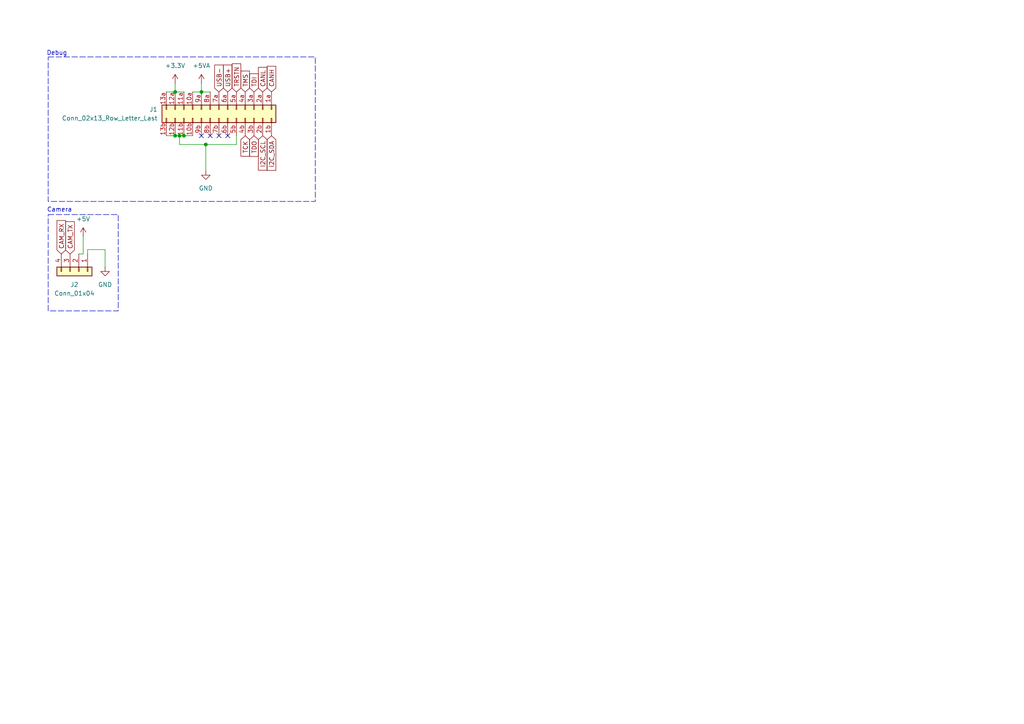
<source format=kicad_sch>
(kicad_sch
	(version 20231120)
	(generator "eeschema")
	(generator_version "8.0")
	(uuid "9e75a265-c008-4503-b2cb-592070598b50")
	(paper "A4")
	(lib_symbols
		(symbol "Connector_Generic:Conn_01x04"
			(pin_names
				(offset 1.016) hide)
			(exclude_from_sim no)
			(in_bom yes)
			(on_board yes)
			(property "Reference" "J"
				(at 0 5.08 0)
				(effects
					(font
						(size 1.27 1.27)
					)
				)
			)
			(property "Value" "Conn_01x04"
				(at 0 -7.62 0)
				(effects
					(font
						(size 1.27 1.27)
					)
				)
			)
			(property "Footprint" ""
				(at 0 0 0)
				(effects
					(font
						(size 1.27 1.27)
					)
					(hide yes)
				)
			)
			(property "Datasheet" "~"
				(at 0 0 0)
				(effects
					(font
						(size 1.27 1.27)
					)
					(hide yes)
				)
			)
			(property "Description" "Generic connector, single row, 01x04, script generated (kicad-library-utils/schlib/autogen/connector/)"
				(at 0 0 0)
				(effects
					(font
						(size 1.27 1.27)
					)
					(hide yes)
				)
			)
			(property "ki_keywords" "connector"
				(at 0 0 0)
				(effects
					(font
						(size 1.27 1.27)
					)
					(hide yes)
				)
			)
			(property "ki_fp_filters" "Connector*:*_1x??_*"
				(at 0 0 0)
				(effects
					(font
						(size 1.27 1.27)
					)
					(hide yes)
				)
			)
			(symbol "Conn_01x04_1_1"
				(rectangle
					(start -1.27 -4.953)
					(end 0 -5.207)
					(stroke
						(width 0.1524)
						(type default)
					)
					(fill
						(type none)
					)
				)
				(rectangle
					(start -1.27 -2.413)
					(end 0 -2.667)
					(stroke
						(width 0.1524)
						(type default)
					)
					(fill
						(type none)
					)
				)
				(rectangle
					(start -1.27 0.127)
					(end 0 -0.127)
					(stroke
						(width 0.1524)
						(type default)
					)
					(fill
						(type none)
					)
				)
				(rectangle
					(start -1.27 2.667)
					(end 0 2.413)
					(stroke
						(width 0.1524)
						(type default)
					)
					(fill
						(type none)
					)
				)
				(rectangle
					(start -1.27 3.81)
					(end 1.27 -6.35)
					(stroke
						(width 0.254)
						(type default)
					)
					(fill
						(type background)
					)
				)
				(pin passive line
					(at -5.08 2.54 0)
					(length 3.81)
					(name "Pin_1"
						(effects
							(font
								(size 1.27 1.27)
							)
						)
					)
					(number "1"
						(effects
							(font
								(size 1.27 1.27)
							)
						)
					)
				)
				(pin passive line
					(at -5.08 0 0)
					(length 3.81)
					(name "Pin_2"
						(effects
							(font
								(size 1.27 1.27)
							)
						)
					)
					(number "2"
						(effects
							(font
								(size 1.27 1.27)
							)
						)
					)
				)
				(pin passive line
					(at -5.08 -2.54 0)
					(length 3.81)
					(name "Pin_3"
						(effects
							(font
								(size 1.27 1.27)
							)
						)
					)
					(number "3"
						(effects
							(font
								(size 1.27 1.27)
							)
						)
					)
				)
				(pin passive line
					(at -5.08 -5.08 0)
					(length 3.81)
					(name "Pin_4"
						(effects
							(font
								(size 1.27 1.27)
							)
						)
					)
					(number "4"
						(effects
							(font
								(size 1.27 1.27)
							)
						)
					)
				)
			)
		)
		(symbol "Connector_Generic:Conn_02x13_Row_Letter_Last"
			(pin_names
				(offset 1.016) hide)
			(exclude_from_sim no)
			(in_bom yes)
			(on_board yes)
			(property "Reference" "J"
				(at 1.27 17.78 0)
				(effects
					(font
						(size 1.27 1.27)
					)
				)
			)
			(property "Value" "Conn_02x13_Row_Letter_Last"
				(at 1.27 -17.78 0)
				(effects
					(font
						(size 1.27 1.27)
					)
				)
			)
			(property "Footprint" ""
				(at 0 0 0)
				(effects
					(font
						(size 1.27 1.27)
					)
					(hide yes)
				)
			)
			(property "Datasheet" "~"
				(at 0 0 0)
				(effects
					(font
						(size 1.27 1.27)
					)
					(hide yes)
				)
			)
			(property "Description" "Generic connector, double row, 02x13, row letter last pin numbering scheme (pin number consists of a letter for the row and a number for the pin index in this row. 1a, ..., Na; 1b, ..., Nb)), script generated (kicad-library-utils/schlib/autogen/connector/)"
				(at 0 0 0)
				(effects
					(font
						(size 1.27 1.27)
					)
					(hide yes)
				)
			)
			(property "ki_keywords" "connector"
				(at 0 0 0)
				(effects
					(font
						(size 1.27 1.27)
					)
					(hide yes)
				)
			)
			(property "ki_fp_filters" "Connector*:*_2x??_*"
				(at 0 0 0)
				(effects
					(font
						(size 1.27 1.27)
					)
					(hide yes)
				)
			)
			(symbol "Conn_02x13_Row_Letter_Last_1_1"
				(rectangle
					(start -1.27 -15.113)
					(end 0 -15.367)
					(stroke
						(width 0.1524)
						(type default)
					)
					(fill
						(type none)
					)
				)
				(rectangle
					(start -1.27 -12.573)
					(end 0 -12.827)
					(stroke
						(width 0.1524)
						(type default)
					)
					(fill
						(type none)
					)
				)
				(rectangle
					(start -1.27 -10.033)
					(end 0 -10.287)
					(stroke
						(width 0.1524)
						(type default)
					)
					(fill
						(type none)
					)
				)
				(rectangle
					(start -1.27 -7.493)
					(end 0 -7.747)
					(stroke
						(width 0.1524)
						(type default)
					)
					(fill
						(type none)
					)
				)
				(rectangle
					(start -1.27 -4.953)
					(end 0 -5.207)
					(stroke
						(width 0.1524)
						(type default)
					)
					(fill
						(type none)
					)
				)
				(rectangle
					(start -1.27 -2.413)
					(end 0 -2.667)
					(stroke
						(width 0.1524)
						(type default)
					)
					(fill
						(type none)
					)
				)
				(rectangle
					(start -1.27 0.127)
					(end 0 -0.127)
					(stroke
						(width 0.1524)
						(type default)
					)
					(fill
						(type none)
					)
				)
				(rectangle
					(start -1.27 2.667)
					(end 0 2.413)
					(stroke
						(width 0.1524)
						(type default)
					)
					(fill
						(type none)
					)
				)
				(rectangle
					(start -1.27 5.207)
					(end 0 4.953)
					(stroke
						(width 0.1524)
						(type default)
					)
					(fill
						(type none)
					)
				)
				(rectangle
					(start -1.27 7.747)
					(end 0 7.493)
					(stroke
						(width 0.1524)
						(type default)
					)
					(fill
						(type none)
					)
				)
				(rectangle
					(start -1.27 10.287)
					(end 0 10.033)
					(stroke
						(width 0.1524)
						(type default)
					)
					(fill
						(type none)
					)
				)
				(rectangle
					(start -1.27 12.827)
					(end 0 12.573)
					(stroke
						(width 0.1524)
						(type default)
					)
					(fill
						(type none)
					)
				)
				(rectangle
					(start -1.27 15.367)
					(end 0 15.113)
					(stroke
						(width 0.1524)
						(type default)
					)
					(fill
						(type none)
					)
				)
				(rectangle
					(start -1.27 16.51)
					(end 3.81 -16.51)
					(stroke
						(width 0.254)
						(type default)
					)
					(fill
						(type background)
					)
				)
				(rectangle
					(start 3.81 -15.113)
					(end 2.54 -15.367)
					(stroke
						(width 0.1524)
						(type default)
					)
					(fill
						(type none)
					)
				)
				(rectangle
					(start 3.81 -12.573)
					(end 2.54 -12.827)
					(stroke
						(width 0.1524)
						(type default)
					)
					(fill
						(type none)
					)
				)
				(rectangle
					(start 3.81 -10.033)
					(end 2.54 -10.287)
					(stroke
						(width 0.1524)
						(type default)
					)
					(fill
						(type none)
					)
				)
				(rectangle
					(start 3.81 -7.493)
					(end 2.54 -7.747)
					(stroke
						(width 0.1524)
						(type default)
					)
					(fill
						(type none)
					)
				)
				(rectangle
					(start 3.81 -4.953)
					(end 2.54 -5.207)
					(stroke
						(width 0.1524)
						(type default)
					)
					(fill
						(type none)
					)
				)
				(rectangle
					(start 3.81 -2.413)
					(end 2.54 -2.667)
					(stroke
						(width 0.1524)
						(type default)
					)
					(fill
						(type none)
					)
				)
				(rectangle
					(start 3.81 0.127)
					(end 2.54 -0.127)
					(stroke
						(width 0.1524)
						(type default)
					)
					(fill
						(type none)
					)
				)
				(rectangle
					(start 3.81 2.667)
					(end 2.54 2.413)
					(stroke
						(width 0.1524)
						(type default)
					)
					(fill
						(type none)
					)
				)
				(rectangle
					(start 3.81 5.207)
					(end 2.54 4.953)
					(stroke
						(width 0.1524)
						(type default)
					)
					(fill
						(type none)
					)
				)
				(rectangle
					(start 3.81 7.747)
					(end 2.54 7.493)
					(stroke
						(width 0.1524)
						(type default)
					)
					(fill
						(type none)
					)
				)
				(rectangle
					(start 3.81 10.287)
					(end 2.54 10.033)
					(stroke
						(width 0.1524)
						(type default)
					)
					(fill
						(type none)
					)
				)
				(rectangle
					(start 3.81 12.827)
					(end 2.54 12.573)
					(stroke
						(width 0.1524)
						(type default)
					)
					(fill
						(type none)
					)
				)
				(rectangle
					(start 3.81 15.367)
					(end 2.54 15.113)
					(stroke
						(width 0.1524)
						(type default)
					)
					(fill
						(type none)
					)
				)
				(pin passive line
					(at -5.08 -7.62 0)
					(length 3.81)
					(name "Pin_10a"
						(effects
							(font
								(size 1.27 1.27)
							)
						)
					)
					(number "10a"
						(effects
							(font
								(size 1.27 1.27)
							)
						)
					)
				)
				(pin passive line
					(at 7.62 -7.62 180)
					(length 3.81)
					(name "Pin_10b"
						(effects
							(font
								(size 1.27 1.27)
							)
						)
					)
					(number "10b"
						(effects
							(font
								(size 1.27 1.27)
							)
						)
					)
				)
				(pin passive line
					(at -5.08 -10.16 0)
					(length 3.81)
					(name "Pin_11a"
						(effects
							(font
								(size 1.27 1.27)
							)
						)
					)
					(number "11a"
						(effects
							(font
								(size 1.27 1.27)
							)
						)
					)
				)
				(pin passive line
					(at 7.62 -10.16 180)
					(length 3.81)
					(name "Pin_11b"
						(effects
							(font
								(size 1.27 1.27)
							)
						)
					)
					(number "11b"
						(effects
							(font
								(size 1.27 1.27)
							)
						)
					)
				)
				(pin passive line
					(at -5.08 -12.7 0)
					(length 3.81)
					(name "Pin_12a"
						(effects
							(font
								(size 1.27 1.27)
							)
						)
					)
					(number "12a"
						(effects
							(font
								(size 1.27 1.27)
							)
						)
					)
				)
				(pin passive line
					(at 7.62 -12.7 180)
					(length 3.81)
					(name "Pin_12b"
						(effects
							(font
								(size 1.27 1.27)
							)
						)
					)
					(number "12b"
						(effects
							(font
								(size 1.27 1.27)
							)
						)
					)
				)
				(pin passive line
					(at -5.08 -15.24 0)
					(length 3.81)
					(name "Pin_13a"
						(effects
							(font
								(size 1.27 1.27)
							)
						)
					)
					(number "13a"
						(effects
							(font
								(size 1.27 1.27)
							)
						)
					)
				)
				(pin passive line
					(at 7.62 -15.24 180)
					(length 3.81)
					(name "Pin_13b"
						(effects
							(font
								(size 1.27 1.27)
							)
						)
					)
					(number "13b"
						(effects
							(font
								(size 1.27 1.27)
							)
						)
					)
				)
				(pin passive line
					(at -5.08 15.24 0)
					(length 3.81)
					(name "Pin_1a"
						(effects
							(font
								(size 1.27 1.27)
							)
						)
					)
					(number "1a"
						(effects
							(font
								(size 1.27 1.27)
							)
						)
					)
				)
				(pin passive line
					(at 7.62 15.24 180)
					(length 3.81)
					(name "Pin_1b"
						(effects
							(font
								(size 1.27 1.27)
							)
						)
					)
					(number "1b"
						(effects
							(font
								(size 1.27 1.27)
							)
						)
					)
				)
				(pin passive line
					(at -5.08 12.7 0)
					(length 3.81)
					(name "Pin_2a"
						(effects
							(font
								(size 1.27 1.27)
							)
						)
					)
					(number "2a"
						(effects
							(font
								(size 1.27 1.27)
							)
						)
					)
				)
				(pin passive line
					(at 7.62 12.7 180)
					(length 3.81)
					(name "Pin_2b"
						(effects
							(font
								(size 1.27 1.27)
							)
						)
					)
					(number "2b"
						(effects
							(font
								(size 1.27 1.27)
							)
						)
					)
				)
				(pin passive line
					(at -5.08 10.16 0)
					(length 3.81)
					(name "Pin_3a"
						(effects
							(font
								(size 1.27 1.27)
							)
						)
					)
					(number "3a"
						(effects
							(font
								(size 1.27 1.27)
							)
						)
					)
				)
				(pin passive line
					(at 7.62 10.16 180)
					(length 3.81)
					(name "Pin_3b"
						(effects
							(font
								(size 1.27 1.27)
							)
						)
					)
					(number "3b"
						(effects
							(font
								(size 1.27 1.27)
							)
						)
					)
				)
				(pin passive line
					(at -5.08 7.62 0)
					(length 3.81)
					(name "Pin_4a"
						(effects
							(font
								(size 1.27 1.27)
							)
						)
					)
					(number "4a"
						(effects
							(font
								(size 1.27 1.27)
							)
						)
					)
				)
				(pin passive line
					(at 7.62 7.62 180)
					(length 3.81)
					(name "Pin_4b"
						(effects
							(font
								(size 1.27 1.27)
							)
						)
					)
					(number "4b"
						(effects
							(font
								(size 1.27 1.27)
							)
						)
					)
				)
				(pin passive line
					(at -5.08 5.08 0)
					(length 3.81)
					(name "Pin_5a"
						(effects
							(font
								(size 1.27 1.27)
							)
						)
					)
					(number "5a"
						(effects
							(font
								(size 1.27 1.27)
							)
						)
					)
				)
				(pin passive line
					(at 7.62 5.08 180)
					(length 3.81)
					(name "Pin_5b"
						(effects
							(font
								(size 1.27 1.27)
							)
						)
					)
					(number "5b"
						(effects
							(font
								(size 1.27 1.27)
							)
						)
					)
				)
				(pin passive line
					(at -5.08 2.54 0)
					(length 3.81)
					(name "Pin_6a"
						(effects
							(font
								(size 1.27 1.27)
							)
						)
					)
					(number "6a"
						(effects
							(font
								(size 1.27 1.27)
							)
						)
					)
				)
				(pin passive line
					(at 7.62 2.54 180)
					(length 3.81)
					(name "Pin_6b"
						(effects
							(font
								(size 1.27 1.27)
							)
						)
					)
					(number "6b"
						(effects
							(font
								(size 1.27 1.27)
							)
						)
					)
				)
				(pin passive line
					(at -5.08 0 0)
					(length 3.81)
					(name "Pin_7a"
						(effects
							(font
								(size 1.27 1.27)
							)
						)
					)
					(number "7a"
						(effects
							(font
								(size 1.27 1.27)
							)
						)
					)
				)
				(pin passive line
					(at 7.62 0 180)
					(length 3.81)
					(name "Pin_7b"
						(effects
							(font
								(size 1.27 1.27)
							)
						)
					)
					(number "7b"
						(effects
							(font
								(size 1.27 1.27)
							)
						)
					)
				)
				(pin passive line
					(at -5.08 -2.54 0)
					(length 3.81)
					(name "Pin_8a"
						(effects
							(font
								(size 1.27 1.27)
							)
						)
					)
					(number "8a"
						(effects
							(font
								(size 1.27 1.27)
							)
						)
					)
				)
				(pin passive line
					(at 7.62 -2.54 180)
					(length 3.81)
					(name "Pin_8b"
						(effects
							(font
								(size 1.27 1.27)
							)
						)
					)
					(number "8b"
						(effects
							(font
								(size 1.27 1.27)
							)
						)
					)
				)
				(pin passive line
					(at -5.08 -5.08 0)
					(length 3.81)
					(name "Pin_9a"
						(effects
							(font
								(size 1.27 1.27)
							)
						)
					)
					(number "9a"
						(effects
							(font
								(size 1.27 1.27)
							)
						)
					)
				)
				(pin passive line
					(at 7.62 -5.08 180)
					(length 3.81)
					(name "Pin_9b"
						(effects
							(font
								(size 1.27 1.27)
							)
						)
					)
					(number "9b"
						(effects
							(font
								(size 1.27 1.27)
							)
						)
					)
				)
			)
		)
		(symbol "power:+3.3V"
			(power)
			(pin_numbers hide)
			(pin_names
				(offset 0) hide)
			(exclude_from_sim no)
			(in_bom yes)
			(on_board yes)
			(property "Reference" "#PWR"
				(at 0 -3.81 0)
				(effects
					(font
						(size 1.27 1.27)
					)
					(hide yes)
				)
			)
			(property "Value" "+3.3V"
				(at 0 3.556 0)
				(effects
					(font
						(size 1.27 1.27)
					)
				)
			)
			(property "Footprint" ""
				(at 0 0 0)
				(effects
					(font
						(size 1.27 1.27)
					)
					(hide yes)
				)
			)
			(property "Datasheet" ""
				(at 0 0 0)
				(effects
					(font
						(size 1.27 1.27)
					)
					(hide yes)
				)
			)
			(property "Description" "Power symbol creates a global label with name \"+3.3V\""
				(at 0 0 0)
				(effects
					(font
						(size 1.27 1.27)
					)
					(hide yes)
				)
			)
			(property "ki_keywords" "global power"
				(at 0 0 0)
				(effects
					(font
						(size 1.27 1.27)
					)
					(hide yes)
				)
			)
			(symbol "+3.3V_0_1"
				(polyline
					(pts
						(xy -0.762 1.27) (xy 0 2.54)
					)
					(stroke
						(width 0)
						(type default)
					)
					(fill
						(type none)
					)
				)
				(polyline
					(pts
						(xy 0 0) (xy 0 2.54)
					)
					(stroke
						(width 0)
						(type default)
					)
					(fill
						(type none)
					)
				)
				(polyline
					(pts
						(xy 0 2.54) (xy 0.762 1.27)
					)
					(stroke
						(width 0)
						(type default)
					)
					(fill
						(type none)
					)
				)
			)
			(symbol "+3.3V_1_1"
				(pin power_in line
					(at 0 0 90)
					(length 0)
					(name "~"
						(effects
							(font
								(size 1.27 1.27)
							)
						)
					)
					(number "1"
						(effects
							(font
								(size 1.27 1.27)
							)
						)
					)
				)
			)
		)
		(symbol "power:+5V"
			(power)
			(pin_numbers hide)
			(pin_names
				(offset 0) hide)
			(exclude_from_sim no)
			(in_bom yes)
			(on_board yes)
			(property "Reference" "#PWR"
				(at 0 -3.81 0)
				(effects
					(font
						(size 1.27 1.27)
					)
					(hide yes)
				)
			)
			(property "Value" "+5V"
				(at 0 3.556 0)
				(effects
					(font
						(size 1.27 1.27)
					)
				)
			)
			(property "Footprint" ""
				(at 0 0 0)
				(effects
					(font
						(size 1.27 1.27)
					)
					(hide yes)
				)
			)
			(property "Datasheet" ""
				(at 0 0 0)
				(effects
					(font
						(size 1.27 1.27)
					)
					(hide yes)
				)
			)
			(property "Description" "Power symbol creates a global label with name \"+5V\""
				(at 0 0 0)
				(effects
					(font
						(size 1.27 1.27)
					)
					(hide yes)
				)
			)
			(property "ki_keywords" "global power"
				(at 0 0 0)
				(effects
					(font
						(size 1.27 1.27)
					)
					(hide yes)
				)
			)
			(symbol "+5V_0_1"
				(polyline
					(pts
						(xy -0.762 1.27) (xy 0 2.54)
					)
					(stroke
						(width 0)
						(type default)
					)
					(fill
						(type none)
					)
				)
				(polyline
					(pts
						(xy 0 0) (xy 0 2.54)
					)
					(stroke
						(width 0)
						(type default)
					)
					(fill
						(type none)
					)
				)
				(polyline
					(pts
						(xy 0 2.54) (xy 0.762 1.27)
					)
					(stroke
						(width 0)
						(type default)
					)
					(fill
						(type none)
					)
				)
			)
			(symbol "+5V_1_1"
				(pin power_in line
					(at 0 0 90)
					(length 0)
					(name "~"
						(effects
							(font
								(size 1.27 1.27)
							)
						)
					)
					(number "1"
						(effects
							(font
								(size 1.27 1.27)
							)
						)
					)
				)
			)
		)
		(symbol "power:+5VA"
			(power)
			(pin_numbers hide)
			(pin_names
				(offset 0) hide)
			(exclude_from_sim no)
			(in_bom yes)
			(on_board yes)
			(property "Reference" "#PWR"
				(at 0 -3.81 0)
				(effects
					(font
						(size 1.27 1.27)
					)
					(hide yes)
				)
			)
			(property "Value" "+5VA"
				(at 0 3.556 0)
				(effects
					(font
						(size 1.27 1.27)
					)
				)
			)
			(property "Footprint" ""
				(at 0 0 0)
				(effects
					(font
						(size 1.27 1.27)
					)
					(hide yes)
				)
			)
			(property "Datasheet" ""
				(at 0 0 0)
				(effects
					(font
						(size 1.27 1.27)
					)
					(hide yes)
				)
			)
			(property "Description" "Power symbol creates a global label with name \"+5VA\""
				(at 0 0 0)
				(effects
					(font
						(size 1.27 1.27)
					)
					(hide yes)
				)
			)
			(property "ki_keywords" "global power"
				(at 0 0 0)
				(effects
					(font
						(size 1.27 1.27)
					)
					(hide yes)
				)
			)
			(symbol "+5VA_0_1"
				(polyline
					(pts
						(xy -0.762 1.27) (xy 0 2.54)
					)
					(stroke
						(width 0)
						(type default)
					)
					(fill
						(type none)
					)
				)
				(polyline
					(pts
						(xy 0 0) (xy 0 2.54)
					)
					(stroke
						(width 0)
						(type default)
					)
					(fill
						(type none)
					)
				)
				(polyline
					(pts
						(xy 0 2.54) (xy 0.762 1.27)
					)
					(stroke
						(width 0)
						(type default)
					)
					(fill
						(type none)
					)
				)
			)
			(symbol "+5VA_1_1"
				(pin power_in line
					(at 0 0 90)
					(length 0)
					(name "~"
						(effects
							(font
								(size 1.27 1.27)
							)
						)
					)
					(number "1"
						(effects
							(font
								(size 1.27 1.27)
							)
						)
					)
				)
			)
		)
		(symbol "power:GND"
			(power)
			(pin_numbers hide)
			(pin_names
				(offset 0) hide)
			(exclude_from_sim no)
			(in_bom yes)
			(on_board yes)
			(property "Reference" "#PWR"
				(at 0 -6.35 0)
				(effects
					(font
						(size 1.27 1.27)
					)
					(hide yes)
				)
			)
			(property "Value" "GND"
				(at 0 -3.81 0)
				(effects
					(font
						(size 1.27 1.27)
					)
				)
			)
			(property "Footprint" ""
				(at 0 0 0)
				(effects
					(font
						(size 1.27 1.27)
					)
					(hide yes)
				)
			)
			(property "Datasheet" ""
				(at 0 0 0)
				(effects
					(font
						(size 1.27 1.27)
					)
					(hide yes)
				)
			)
			(property "Description" "Power symbol creates a global label with name \"GND\" , ground"
				(at 0 0 0)
				(effects
					(font
						(size 1.27 1.27)
					)
					(hide yes)
				)
			)
			(property "ki_keywords" "global power"
				(at 0 0 0)
				(effects
					(font
						(size 1.27 1.27)
					)
					(hide yes)
				)
			)
			(symbol "GND_0_1"
				(polyline
					(pts
						(xy 0 0) (xy 0 -1.27) (xy 1.27 -1.27) (xy 0 -2.54) (xy -1.27 -1.27) (xy 0 -1.27)
					)
					(stroke
						(width 0)
						(type default)
					)
					(fill
						(type none)
					)
				)
			)
			(symbol "GND_1_1"
				(pin power_in line
					(at 0 0 270)
					(length 0)
					(name "~"
						(effects
							(font
								(size 1.27 1.27)
							)
						)
					)
					(number "1"
						(effects
							(font
								(size 1.27 1.27)
							)
						)
					)
				)
			)
		)
	)
	(junction
		(at 50.8 26.67)
		(diameter 0)
		(color 0 0 0 0)
		(uuid "27e3be28-85a0-4992-8e36-3c2c2eeb460c")
	)
	(junction
		(at 52.07 39.37)
		(diameter 0)
		(color 0 0 0 0)
		(uuid "663d9c61-461c-4810-88bb-2d9c7d72e14c")
	)
	(junction
		(at 58.42 26.67)
		(diameter 0)
		(color 0 0 0 0)
		(uuid "6936ebf9-1ecd-449a-9ef2-1ea2b6b45870")
	)
	(junction
		(at 59.69 41.91)
		(diameter 0)
		(color 0 0 0 0)
		(uuid "7d689865-6833-49d2-a7e9-23eb87988de2")
	)
	(junction
		(at 50.8 39.37)
		(diameter 0)
		(color 0 0 0 0)
		(uuid "934f74af-b62d-46dc-9f7d-d8ca15601438")
	)
	(junction
		(at 53.34 39.37)
		(diameter 0)
		(color 0 0 0 0)
		(uuid "c092bc16-f6c6-4362-8524-e760d0e8f015")
	)
	(no_connect
		(at 66.04 39.37)
		(uuid "186d546d-2204-4a8b-baf5-56c67a8d5203")
	)
	(no_connect
		(at 63.5 39.37)
		(uuid "83531694-6220-4bac-b355-c8c26fdb8852")
	)
	(no_connect
		(at 60.96 39.37)
		(uuid "c63b48f5-555c-4bc3-b67c-5754559f97a1")
	)
	(no_connect
		(at 58.42 39.37)
		(uuid "fd6d91cb-48d4-42a4-a27a-2b68adac94b8")
	)
	(wire
		(pts
			(xy 58.42 24.13) (xy 58.42 26.67)
		)
		(stroke
			(width 0)
			(type default)
		)
		(uuid "03729e14-e493-4037-8cf8-c3fd977b5971")
	)
	(wire
		(pts
			(xy 52.07 41.91) (xy 59.69 41.91)
		)
		(stroke
			(width 0)
			(type default)
		)
		(uuid "1da9d7d8-8e27-4671-a02b-08bbd94c0def")
	)
	(wire
		(pts
			(xy 59.69 41.91) (xy 59.69 49.53)
		)
		(stroke
			(width 0)
			(type default)
		)
		(uuid "21927f31-d3cc-455d-bf00-5c199abbc1ad")
	)
	(wire
		(pts
			(xy 25.4 73.66) (xy 25.4 72.39)
		)
		(stroke
			(width 0)
			(type default)
		)
		(uuid "285fd015-1972-403e-9f3f-0a68cfd4c4d0")
	)
	(wire
		(pts
			(xy 48.26 26.67) (xy 50.8 26.67)
		)
		(stroke
			(width 0)
			(type default)
		)
		(uuid "2aff844e-ed37-4623-96ec-57e521513b5f")
	)
	(wire
		(pts
			(xy 59.69 41.91) (xy 68.58 41.91)
		)
		(stroke
			(width 0)
			(type default)
		)
		(uuid "310b9d89-2bba-48f5-9ecc-d58602639aa6")
	)
	(wire
		(pts
			(xy 50.8 39.37) (xy 52.07 39.37)
		)
		(stroke
			(width 0)
			(type default)
		)
		(uuid "613f1f55-e6c5-440f-b33f-f1978e3d1868")
	)
	(wire
		(pts
			(xy 48.26 39.37) (xy 50.8 39.37)
		)
		(stroke
			(width 0)
			(type default)
		)
		(uuid "6fbbee2b-76f1-4acd-a3dd-d1153fe64a02")
	)
	(wire
		(pts
			(xy 52.07 39.37) (xy 52.07 41.91)
		)
		(stroke
			(width 0)
			(type default)
		)
		(uuid "83250dd4-5e26-41d6-95c9-f3334e159602")
	)
	(wire
		(pts
			(xy 50.8 24.13) (xy 50.8 26.67)
		)
		(stroke
			(width 0)
			(type default)
		)
		(uuid "88829ef0-edcb-4142-8f9e-11dde6caa4a3")
	)
	(wire
		(pts
			(xy 53.34 39.37) (xy 55.88 39.37)
		)
		(stroke
			(width 0)
			(type default)
		)
		(uuid "8957cddb-6d41-459c-a370-94e77f9f099c")
	)
	(wire
		(pts
			(xy 50.8 26.67) (xy 53.34 26.67)
		)
		(stroke
			(width 0)
			(type default)
		)
		(uuid "9104d558-7bcf-4acb-9618-96eaa07b23fd")
	)
	(wire
		(pts
			(xy 58.42 26.67) (xy 60.96 26.67)
		)
		(stroke
			(width 0)
			(type default)
		)
		(uuid "928754b1-c5b5-462c-8691-4815508109ec")
	)
	(wire
		(pts
			(xy 55.88 26.67) (xy 58.42 26.67)
		)
		(stroke
			(width 0)
			(type default)
		)
		(uuid "a90d2f1a-eb7b-4a0c-b38e-a6f2b5b20e31")
	)
	(wire
		(pts
			(xy 25.4 72.39) (xy 30.48 72.39)
		)
		(stroke
			(width 0)
			(type default)
		)
		(uuid "aba82f2a-7e0c-44a6-9693-9d5e9c0421ad")
	)
	(wire
		(pts
			(xy 30.48 72.39) (xy 30.48 77.47)
		)
		(stroke
			(width 0)
			(type default)
		)
		(uuid "bac3223d-6940-482b-962f-3436b75c29d3")
	)
	(wire
		(pts
			(xy 52.07 39.37) (xy 53.34 39.37)
		)
		(stroke
			(width 0)
			(type default)
		)
		(uuid "bb846258-7b7c-415c-ac2e-29630342c41f")
	)
	(wire
		(pts
			(xy 24.13 68.58) (xy 24.13 73.66)
		)
		(stroke
			(width 0)
			(type default)
		)
		(uuid "c2c65efc-7dea-47e0-a8b6-83372f1b9a47")
	)
	(wire
		(pts
			(xy 24.13 73.66) (xy 22.86 73.66)
		)
		(stroke
			(width 0)
			(type default)
		)
		(uuid "cf477f16-df7d-4c51-9b9d-facef649e054")
	)
	(wire
		(pts
			(xy 68.58 41.91) (xy 68.58 39.37)
		)
		(stroke
			(width 0)
			(type default)
		)
		(uuid "dbc3a353-f2aa-4a77-b860-92024942ef8a")
	)
	(rectangle
		(start 13.97 62.23)
		(end 34.29 90.17)
		(stroke
			(width 0)
			(type dash)
		)
		(fill
			(type none)
		)
		(uuid 5133aafd-428e-42c9-8e58-62147d185681)
	)
	(rectangle
		(start 13.97 16.51)
		(end 91.44 58.42)
		(stroke
			(width 0)
			(type dash)
		)
		(fill
			(type none)
		)
		(uuid 559c58e9-cc97-4180-ae91-79a5b273c3bd)
	)
	(text "Debug"
		(exclude_from_sim no)
		(at 16.51 15.494 0)
		(effects
			(font
				(size 1.27 1.27)
			)
		)
		(uuid "2dadf4f8-6060-4813-91f3-5e70f5a4b09c")
	)
	(text "Camera"
		(exclude_from_sim no)
		(at 17.272 60.96 0)
		(effects
			(font
				(size 1.27 1.27)
			)
		)
		(uuid "9dbc56ea-39d1-4eb9-b60c-1a812c8611b7")
	)
	(global_label "CANH"
		(shape input)
		(at 78.74 26.67 90)
		(fields_autoplaced yes)
		(effects
			(font
				(size 1.27 1.27)
			)
			(justify left)
		)
		(uuid "1005a415-d7be-43bf-8b0c-1d7abaa2eed2")
		(property "Intersheetrefs" "${INTERSHEET_REFS}"
			(at 78.74 18.6652 90)
			(effects
				(font
					(size 1.27 1.27)
				)
				(justify left)
				(hide yes)
			)
		)
	)
	(global_label "USB+"
		(shape input)
		(at 66.04 26.67 90)
		(fields_autoplaced yes)
		(effects
			(font
				(size 1.27 1.27)
			)
			(justify left)
		)
		(uuid "1855cb8c-1924-4248-8093-c165c7704aee")
		(property "Intersheetrefs" "${INTERSHEET_REFS}"
			(at 66.04 18.3024 90)
			(effects
				(font
					(size 1.27 1.27)
				)
				(justify left)
				(hide yes)
			)
		)
	)
	(global_label "TDI"
		(shape input)
		(at 73.66 26.67 90)
		(fields_autoplaced yes)
		(effects
			(font
				(size 1.27 1.27)
			)
			(justify left)
		)
		(uuid "31204646-498c-4a0d-a46b-192f531fedcd")
		(property "Intersheetrefs" "${INTERSHEET_REFS}"
			(at 73.66 20.8424 90)
			(effects
				(font
					(size 1.27 1.27)
				)
				(justify left)
				(hide yes)
			)
		)
	)
	(global_label "USB-"
		(shape input)
		(at 63.5 26.67 90)
		(fields_autoplaced yes)
		(effects
			(font
				(size 1.27 1.27)
			)
			(justify left)
		)
		(uuid "399618bf-09d0-446d-a47d-d2fdab3f31df")
		(property "Intersheetrefs" "${INTERSHEET_REFS}"
			(at 63.5 18.3024 90)
			(effects
				(font
					(size 1.27 1.27)
				)
				(justify left)
				(hide yes)
			)
		)
	)
	(global_label "CAM_TX"
		(shape input)
		(at 20.32 73.66 90)
		(fields_autoplaced yes)
		(effects
			(font
				(size 1.27 1.27)
			)
			(justify left)
		)
		(uuid "58ce2e17-a8cc-40e2-928d-7728f9656126")
		(property "Intersheetrefs" "${INTERSHEET_REFS}"
			(at 20.32 63.7201 90)
			(effects
				(font
					(size 1.27 1.27)
				)
				(justify left)
				(hide yes)
			)
		)
	)
	(global_label "CAM_RX"
		(shape input)
		(at 17.78 73.66 90)
		(fields_autoplaced yes)
		(effects
			(font
				(size 1.27 1.27)
			)
			(justify left)
		)
		(uuid "59a2f453-2cae-4c84-baa2-e31c72eec09e")
		(property "Intersheetrefs" "${INTERSHEET_REFS}"
			(at 17.78 63.4177 90)
			(effects
				(font
					(size 1.27 1.27)
				)
				(justify left)
				(hide yes)
			)
		)
	)
	(global_label "TRSTN"
		(shape input)
		(at 68.58 26.67 90)
		(fields_autoplaced yes)
		(effects
			(font
				(size 1.27 1.27)
			)
			(justify left)
		)
		(uuid "59de3e28-1200-43a9-b594-a7c2d52e6635")
		(property "Intersheetrefs" "${INTERSHEET_REFS}"
			(at 68.58 17.9396 90)
			(effects
				(font
					(size 1.27 1.27)
				)
				(justify left)
				(hide yes)
			)
		)
	)
	(global_label "CANL"
		(shape input)
		(at 76.2 26.67 90)
		(fields_autoplaced yes)
		(effects
			(font
				(size 1.27 1.27)
			)
			(justify left)
		)
		(uuid "88261fac-f625-43ab-8a83-245f5eb23c54")
		(property "Intersheetrefs" "${INTERSHEET_REFS}"
			(at 76.2 18.9676 90)
			(effects
				(font
					(size 1.27 1.27)
				)
				(justify left)
				(hide yes)
			)
		)
	)
	(global_label "I2C_SDA"
		(shape input)
		(at 78.74 39.37 270)
		(fields_autoplaced yes)
		(effects
			(font
				(size 1.27 1.27)
			)
			(justify right)
		)
		(uuid "ce4af6e7-1492-445a-8e81-cdc7dbed0aeb")
		(property "Intersheetrefs" "${INTERSHEET_REFS}"
			(at 78.74 49.9752 90)
			(effects
				(font
					(size 1.27 1.27)
				)
				(justify right)
				(hide yes)
			)
		)
	)
	(global_label "TDO"
		(shape input)
		(at 73.66 39.37 270)
		(fields_autoplaced yes)
		(effects
			(font
				(size 1.27 1.27)
			)
			(justify right)
		)
		(uuid "d109d91a-66df-4faa-96c8-80ed1062c5d0")
		(property "Intersheetrefs" "${INTERSHEET_REFS}"
			(at 73.66 45.9233 90)
			(effects
				(font
					(size 1.27 1.27)
				)
				(justify right)
				(hide yes)
			)
		)
	)
	(global_label "TCK"
		(shape input)
		(at 71.12 39.37 270)
		(fields_autoplaced yes)
		(effects
			(font
				(size 1.27 1.27)
			)
			(justify right)
		)
		(uuid "e97b2843-1ee8-434d-81ef-260794f485af")
		(property "Intersheetrefs" "${INTERSHEET_REFS}"
			(at 71.12 45.8628 90)
			(effects
				(font
					(size 1.27 1.27)
				)
				(justify right)
				(hide yes)
			)
		)
	)
	(global_label "I2C_SCL"
		(shape input)
		(at 76.2 39.37 270)
		(fields_autoplaced yes)
		(effects
			(font
				(size 1.27 1.27)
			)
			(justify right)
		)
		(uuid "efb94ffa-8fc5-4ac1-999b-a03a2be49461")
		(property "Intersheetrefs" "${INTERSHEET_REFS}"
			(at 76.2 49.9147 90)
			(effects
				(font
					(size 1.27 1.27)
				)
				(justify right)
				(hide yes)
			)
		)
	)
	(global_label "TMS"
		(shape input)
		(at 71.12 26.67 90)
		(fields_autoplaced yes)
		(effects
			(font
				(size 1.27 1.27)
			)
			(justify left)
		)
		(uuid "f0a04cd3-9622-40d3-86a6-b20b947ae4f9")
		(property "Intersheetrefs" "${INTERSHEET_REFS}"
			(at 71.12 20.0563 90)
			(effects
				(font
					(size 1.27 1.27)
				)
				(justify left)
				(hide yes)
			)
		)
	)
	(symbol
		(lib_id "Connector_Generic:Conn_01x04")
		(at 22.86 78.74 270)
		(unit 1)
		(exclude_from_sim no)
		(in_bom yes)
		(on_board yes)
		(dnp no)
		(fields_autoplaced yes)
		(uuid "1ae9291a-5a96-4fb9-b411-acdf4687c863")
		(property "Reference" "J2"
			(at 21.59 82.55 90)
			(effects
				(font
					(size 1.27 1.27)
				)
			)
		)
		(property "Value" "Conn_01x04"
			(at 21.59 85.09 90)
			(effects
				(font
					(size 1.27 1.27)
				)
			)
		)
		(property "Footprint" ""
			(at 22.86 78.74 0)
			(effects
				(font
					(size 1.27 1.27)
				)
				(hide yes)
			)
		)
		(property "Datasheet" "~"
			(at 22.86 78.74 0)
			(effects
				(font
					(size 1.27 1.27)
				)
				(hide yes)
			)
		)
		(property "Description" "Generic connector, single row, 01x04, script generated (kicad-library-utils/schlib/autogen/connector/)"
			(at 22.86 78.74 0)
			(effects
				(font
					(size 1.27 1.27)
				)
				(hide yes)
			)
		)
		(pin "4"
			(uuid "b19ee4a4-f65e-4d6a-b5a2-e70fc5fc86ee")
		)
		(pin "3"
			(uuid "11f2c5e5-e893-4c9b-814c-1a51bd9a697c")
		)
		(pin "2"
			(uuid "1b7961be-5b74-4574-b8e4-f82386ce6a32")
		)
		(pin "1"
			(uuid "2b49c732-799d-48f6-a691-d5561348be6a")
		)
		(instances
			(project ""
				(path "/5deb3880-3edc-4e04-8d18-c290fe73b7ce/b099e2a2-82a1-41ff-a8bd-92e307df9e82"
					(reference "J2")
					(unit 1)
				)
			)
		)
	)
	(symbol
		(lib_id "power:GND")
		(at 30.48 77.47 0)
		(unit 1)
		(exclude_from_sim no)
		(in_bom yes)
		(on_board yes)
		(dnp no)
		(fields_autoplaced yes)
		(uuid "3f861379-24d6-4677-bba1-02195b515d4c")
		(property "Reference" "#PWR027"
			(at 30.48 83.82 0)
			(effects
				(font
					(size 1.27 1.27)
				)
				(hide yes)
			)
		)
		(property "Value" "GND"
			(at 30.48 82.55 0)
			(effects
				(font
					(size 1.27 1.27)
				)
			)
		)
		(property "Footprint" ""
			(at 30.48 77.47 0)
			(effects
				(font
					(size 1.27 1.27)
				)
				(hide yes)
			)
		)
		(property "Datasheet" ""
			(at 30.48 77.47 0)
			(effects
				(font
					(size 1.27 1.27)
				)
				(hide yes)
			)
		)
		(property "Description" "Power symbol creates a global label with name \"GND\" , ground"
			(at 30.48 77.47 0)
			(effects
				(font
					(size 1.27 1.27)
				)
				(hide yes)
			)
		)
		(pin "1"
			(uuid "e51a54bd-64e3-4342-9e00-e4c4c9bb8c99")
		)
		(instances
			(project ""
				(path "/5deb3880-3edc-4e04-8d18-c290fe73b7ce/b099e2a2-82a1-41ff-a8bd-92e307df9e82"
					(reference "#PWR027")
					(unit 1)
				)
			)
		)
	)
	(symbol
		(lib_id "Connector_Generic:Conn_02x13_Row_Letter_Last")
		(at 63.5 31.75 270)
		(unit 1)
		(exclude_from_sim no)
		(in_bom yes)
		(on_board yes)
		(dnp no)
		(fields_autoplaced yes)
		(uuid "42955b04-9a17-4dd5-af43-46102b66b189")
		(property "Reference" "J1"
			(at 45.72 31.7499 90)
			(effects
				(font
					(size 1.27 1.27)
				)
				(justify right)
			)
		)
		(property "Value" "Conn_02x13_Row_Letter_Last"
			(at 45.72 34.2899 90)
			(effects
				(font
					(size 1.27 1.27)
				)
				(justify right)
			)
		)
		(property "Footprint" "Connector_Samtec_HSEC8:Samtec_HSEC8-113-01-X-DV_2x13_P0.8mm_Pol06_Socket"
			(at 63.5 31.75 0)
			(effects
				(font
					(size 1.27 1.27)
				)
				(hide yes)
			)
		)
		(property "Datasheet" "~"
			(at 63.5 31.75 0)
			(effects
				(font
					(size 1.27 1.27)
				)
				(hide yes)
			)
		)
		(property "Description" "Generic connector, double row, 02x13, row letter last pin numbering scheme (pin number consists of a letter for the row and a number for the pin index in this row. 1a, ..., Na; 1b, ..., Nb)), script generated (kicad-library-utils/schlib/autogen/connector/)"
			(at 63.5 31.75 0)
			(effects
				(font
					(size 1.27 1.27)
				)
				(hide yes)
			)
		)
		(pin "11a"
			(uuid "6d0438b4-f1e6-4843-8182-6fc4abbe32fe")
		)
		(pin "10b"
			(uuid "721e3694-a68f-4d9a-8514-0b5c2289d340")
		)
		(pin "3b"
			(uuid "3cfffeea-7b51-40a5-85e7-07555ad52e59")
		)
		(pin "3a"
			(uuid "ce915dad-68c0-4b48-bf3c-e3962afd650e")
		)
		(pin "1b"
			(uuid "8e11b3b0-6216-42f8-9bc1-a6d19875d6cc")
		)
		(pin "6a"
			(uuid "6c3e6b08-0f07-4e71-9ba9-12d5635b12d0")
		)
		(pin "2b"
			(uuid "f062704b-722a-45b3-beaf-d1768cce181d")
		)
		(pin "13b"
			(uuid "1c2747ce-0fb7-4644-a863-315ed2bc283e")
		)
		(pin "7a"
			(uuid "c6f1b93a-5159-49ef-92f1-9581847ff935")
		)
		(pin "5b"
			(uuid "2aa18edc-33e4-408e-8583-c0bc77f59721")
		)
		(pin "12a"
			(uuid "aeed4e34-574e-40b6-b0cc-6ce8e8846381")
		)
		(pin "4b"
			(uuid "e12720ba-1c45-4610-9fef-6a81e315a56e")
		)
		(pin "5a"
			(uuid "e1a410ea-de7e-4fd1-ad2b-ffadb2d3920f")
		)
		(pin "11b"
			(uuid "75095220-4152-48b6-bce2-8b0e951ed5b8")
		)
		(pin "7b"
			(uuid "20584ac9-2ab5-473f-93ce-4a00ed32a985")
		)
		(pin "8a"
			(uuid "4d9ae4c0-dbef-437b-9d2c-87b302ee5f85")
		)
		(pin "4a"
			(uuid "b650884a-f6b4-40fe-bb48-07817fefa11c")
		)
		(pin "12b"
			(uuid "a309edc5-9f66-4c93-99b6-8cbc0175e4ec")
		)
		(pin "6b"
			(uuid "ded4e2f8-c888-41da-a9be-30350efe003c")
		)
		(pin "1a"
			(uuid "112a178b-1e7d-4cf3-8c7e-d94309041459")
		)
		(pin "13a"
			(uuid "15361156-d8e1-4304-bc64-2159fabc18e1")
		)
		(pin "8b"
			(uuid "597b6da6-8f14-4a87-b184-7aa3a28fb0e7")
		)
		(pin "9b"
			(uuid "71ab0c45-4598-40ff-b57c-243dd5174f15")
		)
		(pin "9a"
			(uuid "febd7e5f-8c4f-46d4-a6a5-4f7318067fe0")
		)
		(pin "10a"
			(uuid "adb1cb57-a319-4bea-85ee-af2ad4551de4")
		)
		(pin "2a"
			(uuid "6a140891-d699-4726-a888-db28f8c50c5a")
		)
		(instances
			(project "osd3358_board"
				(path "/5deb3880-3edc-4e04-8d18-c290fe73b7ce/b099e2a2-82a1-41ff-a8bd-92e307df9e82"
					(reference "J1")
					(unit 1)
				)
			)
		)
	)
	(symbol
		(lib_id "power:+5VA")
		(at 58.42 24.13 0)
		(unit 1)
		(exclude_from_sim no)
		(in_bom yes)
		(on_board yes)
		(dnp no)
		(fields_autoplaced yes)
		(uuid "5ab44f56-55fe-4afc-9e2b-f41161af1685")
		(property "Reference" "#PWR018"
			(at 58.42 27.94 0)
			(effects
				(font
					(size 1.27 1.27)
				)
				(hide yes)
			)
		)
		(property "Value" "+5VA"
			(at 58.42 19.05 0)
			(effects
				(font
					(size 1.27 1.27)
				)
			)
		)
		(property "Footprint" ""
			(at 58.42 24.13 0)
			(effects
				(font
					(size 1.27 1.27)
				)
				(hide yes)
			)
		)
		(property "Datasheet" ""
			(at 58.42 24.13 0)
			(effects
				(font
					(size 1.27 1.27)
				)
				(hide yes)
			)
		)
		(property "Description" "Power symbol creates a global label with name \"+5VA\""
			(at 58.42 24.13 0)
			(effects
				(font
					(size 1.27 1.27)
				)
				(hide yes)
			)
		)
		(pin "1"
			(uuid "35b66417-4783-4b0d-85d3-31652cb044ad")
		)
		(instances
			(project "osd3358_board"
				(path "/5deb3880-3edc-4e04-8d18-c290fe73b7ce/b099e2a2-82a1-41ff-a8bd-92e307df9e82"
					(reference "#PWR018")
					(unit 1)
				)
			)
		)
	)
	(symbol
		(lib_id "power:+5V")
		(at 24.13 68.58 0)
		(unit 1)
		(exclude_from_sim no)
		(in_bom yes)
		(on_board yes)
		(dnp no)
		(fields_autoplaced yes)
		(uuid "840566dd-e9cb-4341-8137-9b86a1e26480")
		(property "Reference" "#PWR026"
			(at 24.13 72.39 0)
			(effects
				(font
					(size 1.27 1.27)
				)
				(hide yes)
			)
		)
		(property "Value" "+5V"
			(at 24.13 63.5 0)
			(effects
				(font
					(size 1.27 1.27)
				)
			)
		)
		(property "Footprint" ""
			(at 24.13 68.58 0)
			(effects
				(font
					(size 1.27 1.27)
				)
				(hide yes)
			)
		)
		(property "Datasheet" ""
			(at 24.13 68.58 0)
			(effects
				(font
					(size 1.27 1.27)
				)
				(hide yes)
			)
		)
		(property "Description" "Power symbol creates a global label with name \"+5V\""
			(at 24.13 68.58 0)
			(effects
				(font
					(size 1.27 1.27)
				)
				(hide yes)
			)
		)
		(pin "1"
			(uuid "2b68c36d-0c74-4689-8c8f-0f72e8c610fa")
		)
		(instances
			(project ""
				(path "/5deb3880-3edc-4e04-8d18-c290fe73b7ce/b099e2a2-82a1-41ff-a8bd-92e307df9e82"
					(reference "#PWR026")
					(unit 1)
				)
			)
		)
	)
	(symbol
		(lib_id "power:+3.3V")
		(at 50.8 24.13 0)
		(unit 1)
		(exclude_from_sim no)
		(in_bom yes)
		(on_board yes)
		(dnp no)
		(fields_autoplaced yes)
		(uuid "c6902d49-26a0-413c-923e-86123b956672")
		(property "Reference" "#PWR017"
			(at 50.8 27.94 0)
			(effects
				(font
					(size 1.27 1.27)
				)
				(hide yes)
			)
		)
		(property "Value" "+3.3V"
			(at 50.8 19.05 0)
			(effects
				(font
					(size 1.27 1.27)
				)
			)
		)
		(property "Footprint" ""
			(at 50.8 24.13 0)
			(effects
				(font
					(size 1.27 1.27)
				)
				(hide yes)
			)
		)
		(property "Datasheet" ""
			(at 50.8 24.13 0)
			(effects
				(font
					(size 1.27 1.27)
				)
				(hide yes)
			)
		)
		(property "Description" "Power symbol creates a global label with name \"+3.3V\""
			(at 50.8 24.13 0)
			(effects
				(font
					(size 1.27 1.27)
				)
				(hide yes)
			)
		)
		(pin "1"
			(uuid "a3f04be3-da2b-4d7b-a585-1569b3cb8b86")
		)
		(instances
			(project "osd3358_board"
				(path "/5deb3880-3edc-4e04-8d18-c290fe73b7ce/b099e2a2-82a1-41ff-a8bd-92e307df9e82"
					(reference "#PWR017")
					(unit 1)
				)
			)
		)
	)
	(symbol
		(lib_id "power:GND")
		(at 59.69 49.53 0)
		(unit 1)
		(exclude_from_sim no)
		(in_bom yes)
		(on_board yes)
		(dnp no)
		(fields_autoplaced yes)
		(uuid "ff3af642-bd7b-4539-b93b-201e54c08441")
		(property "Reference" "#PWR019"
			(at 59.69 55.88 0)
			(effects
				(font
					(size 1.27 1.27)
				)
				(hide yes)
			)
		)
		(property "Value" "GND"
			(at 59.69 54.61 0)
			(effects
				(font
					(size 1.27 1.27)
				)
			)
		)
		(property "Footprint" ""
			(at 59.69 49.53 0)
			(effects
				(font
					(size 1.27 1.27)
				)
				(hide yes)
			)
		)
		(property "Datasheet" ""
			(at 59.69 49.53 0)
			(effects
				(font
					(size 1.27 1.27)
				)
				(hide yes)
			)
		)
		(property "Description" "Power symbol creates a global label with name \"GND\" , ground"
			(at 59.69 49.53 0)
			(effects
				(font
					(size 1.27 1.27)
				)
				(hide yes)
			)
		)
		(pin "1"
			(uuid "7261d8a8-8fdb-47cb-9517-0de9b1c0c370")
		)
		(instances
			(project "osd3358_board"
				(path "/5deb3880-3edc-4e04-8d18-c290fe73b7ce/b099e2a2-82a1-41ff-a8bd-92e307df9e82"
					(reference "#PWR019")
					(unit 1)
				)
			)
		)
	)
)

</source>
